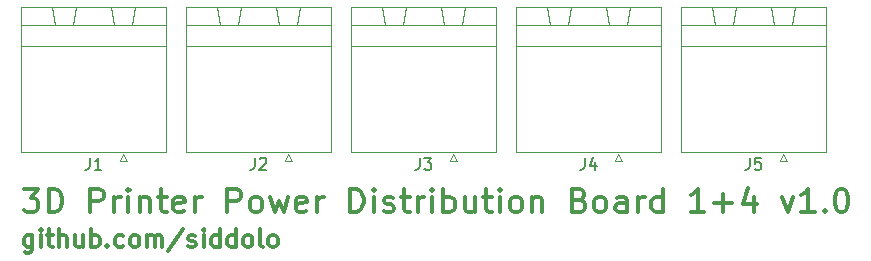
<source format=gbr>
G04 #@! TF.GenerationSoftware,KiCad,Pcbnew,5.1.5-52549c5~84~ubuntu18.04.1*
G04 #@! TF.CreationDate,2020-01-16T18:33:31+01:00*
G04 #@! TF.ProjectId,3d-printer-power-distribution-board,33642d70-7269-46e7-9465-722d706f7765,rev?*
G04 #@! TF.SameCoordinates,Original*
G04 #@! TF.FileFunction,Legend,Top*
G04 #@! TF.FilePolarity,Positive*
%FSLAX46Y46*%
G04 Gerber Fmt 4.6, Leading zero omitted, Abs format (unit mm)*
G04 Created by KiCad (PCBNEW 5.1.5-52549c5~84~ubuntu18.04.1) date 2020-01-16 18:33:31*
%MOMM*%
%LPD*%
G04 APERTURE LIST*
%ADD10C,0.300000*%
%ADD11C,0.120000*%
%ADD12C,0.150000*%
G04 APERTURE END LIST*
D10*
X63425000Y-136203571D02*
X63425000Y-137417857D01*
X63353571Y-137560714D01*
X63282142Y-137632142D01*
X63139285Y-137703571D01*
X62925000Y-137703571D01*
X62782142Y-137632142D01*
X63425000Y-137132142D02*
X63282142Y-137203571D01*
X62996428Y-137203571D01*
X62853571Y-137132142D01*
X62782142Y-137060714D01*
X62710714Y-136917857D01*
X62710714Y-136489285D01*
X62782142Y-136346428D01*
X62853571Y-136275000D01*
X62996428Y-136203571D01*
X63282142Y-136203571D01*
X63425000Y-136275000D01*
X64139285Y-137203571D02*
X64139285Y-136203571D01*
X64139285Y-135703571D02*
X64067857Y-135775000D01*
X64139285Y-135846428D01*
X64210714Y-135775000D01*
X64139285Y-135703571D01*
X64139285Y-135846428D01*
X64639285Y-136203571D02*
X65210714Y-136203571D01*
X64853571Y-135703571D02*
X64853571Y-136989285D01*
X64925000Y-137132142D01*
X65067857Y-137203571D01*
X65210714Y-137203571D01*
X65710714Y-137203571D02*
X65710714Y-135703571D01*
X66353571Y-137203571D02*
X66353571Y-136417857D01*
X66282142Y-136275000D01*
X66139285Y-136203571D01*
X65925000Y-136203571D01*
X65782142Y-136275000D01*
X65710714Y-136346428D01*
X67710714Y-136203571D02*
X67710714Y-137203571D01*
X67067857Y-136203571D02*
X67067857Y-136989285D01*
X67139285Y-137132142D01*
X67282142Y-137203571D01*
X67496428Y-137203571D01*
X67639285Y-137132142D01*
X67710714Y-137060714D01*
X68425000Y-137203571D02*
X68425000Y-135703571D01*
X68425000Y-136275000D02*
X68567857Y-136203571D01*
X68853571Y-136203571D01*
X68996428Y-136275000D01*
X69067857Y-136346428D01*
X69139285Y-136489285D01*
X69139285Y-136917857D01*
X69067857Y-137060714D01*
X68996428Y-137132142D01*
X68853571Y-137203571D01*
X68567857Y-137203571D01*
X68425000Y-137132142D01*
X69782142Y-137060714D02*
X69853571Y-137132142D01*
X69782142Y-137203571D01*
X69710714Y-137132142D01*
X69782142Y-137060714D01*
X69782142Y-137203571D01*
X71139285Y-137132142D02*
X70996428Y-137203571D01*
X70710714Y-137203571D01*
X70567857Y-137132142D01*
X70496428Y-137060714D01*
X70425000Y-136917857D01*
X70425000Y-136489285D01*
X70496428Y-136346428D01*
X70567857Y-136275000D01*
X70710714Y-136203571D01*
X70996428Y-136203571D01*
X71139285Y-136275000D01*
X71996428Y-137203571D02*
X71853571Y-137132142D01*
X71782142Y-137060714D01*
X71710714Y-136917857D01*
X71710714Y-136489285D01*
X71782142Y-136346428D01*
X71853571Y-136275000D01*
X71996428Y-136203571D01*
X72210714Y-136203571D01*
X72353571Y-136275000D01*
X72425000Y-136346428D01*
X72496428Y-136489285D01*
X72496428Y-136917857D01*
X72425000Y-137060714D01*
X72353571Y-137132142D01*
X72210714Y-137203571D01*
X71996428Y-137203571D01*
X73139285Y-137203571D02*
X73139285Y-136203571D01*
X73139285Y-136346428D02*
X73210714Y-136275000D01*
X73353571Y-136203571D01*
X73567857Y-136203571D01*
X73710714Y-136275000D01*
X73782142Y-136417857D01*
X73782142Y-137203571D01*
X73782142Y-136417857D02*
X73853571Y-136275000D01*
X73996428Y-136203571D01*
X74210714Y-136203571D01*
X74353571Y-136275000D01*
X74425000Y-136417857D01*
X74425000Y-137203571D01*
X76210714Y-135632142D02*
X74925000Y-137560714D01*
X76639285Y-137132142D02*
X76782142Y-137203571D01*
X77067857Y-137203571D01*
X77210714Y-137132142D01*
X77282142Y-136989285D01*
X77282142Y-136917857D01*
X77210714Y-136775000D01*
X77067857Y-136703571D01*
X76853571Y-136703571D01*
X76710714Y-136632142D01*
X76639285Y-136489285D01*
X76639285Y-136417857D01*
X76710714Y-136275000D01*
X76853571Y-136203571D01*
X77067857Y-136203571D01*
X77210714Y-136275000D01*
X77925000Y-137203571D02*
X77925000Y-136203571D01*
X77925000Y-135703571D02*
X77853571Y-135775000D01*
X77925000Y-135846428D01*
X77996428Y-135775000D01*
X77925000Y-135703571D01*
X77925000Y-135846428D01*
X79282142Y-137203571D02*
X79282142Y-135703571D01*
X79282142Y-137132142D02*
X79139285Y-137203571D01*
X78853571Y-137203571D01*
X78710714Y-137132142D01*
X78639285Y-137060714D01*
X78567857Y-136917857D01*
X78567857Y-136489285D01*
X78639285Y-136346428D01*
X78710714Y-136275000D01*
X78853571Y-136203571D01*
X79139285Y-136203571D01*
X79282142Y-136275000D01*
X80639285Y-137203571D02*
X80639285Y-135703571D01*
X80639285Y-137132142D02*
X80496428Y-137203571D01*
X80210714Y-137203571D01*
X80067857Y-137132142D01*
X79996428Y-137060714D01*
X79925000Y-136917857D01*
X79925000Y-136489285D01*
X79996428Y-136346428D01*
X80067857Y-136275000D01*
X80210714Y-136203571D01*
X80496428Y-136203571D01*
X80639285Y-136275000D01*
X81567857Y-137203571D02*
X81425000Y-137132142D01*
X81353571Y-137060714D01*
X81282142Y-136917857D01*
X81282142Y-136489285D01*
X81353571Y-136346428D01*
X81425000Y-136275000D01*
X81567857Y-136203571D01*
X81782142Y-136203571D01*
X81925000Y-136275000D01*
X81996428Y-136346428D01*
X82067857Y-136489285D01*
X82067857Y-136917857D01*
X81996428Y-137060714D01*
X81925000Y-137132142D01*
X81782142Y-137203571D01*
X81567857Y-137203571D01*
X82925000Y-137203571D02*
X82782142Y-137132142D01*
X82710714Y-136989285D01*
X82710714Y-135703571D01*
X83710714Y-137203571D02*
X83567857Y-137132142D01*
X83496428Y-137060714D01*
X83425000Y-136917857D01*
X83425000Y-136489285D01*
X83496428Y-136346428D01*
X83567857Y-136275000D01*
X83710714Y-136203571D01*
X83925000Y-136203571D01*
X84067857Y-136275000D01*
X84139285Y-136346428D01*
X84210714Y-136489285D01*
X84210714Y-136917857D01*
X84139285Y-137060714D01*
X84067857Y-137132142D01*
X83925000Y-137203571D01*
X83710714Y-137203571D01*
X62710714Y-132254761D02*
X63948809Y-132254761D01*
X63282142Y-133016666D01*
X63567857Y-133016666D01*
X63758333Y-133111904D01*
X63853571Y-133207142D01*
X63948809Y-133397619D01*
X63948809Y-133873809D01*
X63853571Y-134064285D01*
X63758333Y-134159523D01*
X63567857Y-134254761D01*
X62996428Y-134254761D01*
X62805952Y-134159523D01*
X62710714Y-134064285D01*
X64805952Y-134254761D02*
X64805952Y-132254761D01*
X65282142Y-132254761D01*
X65567857Y-132350000D01*
X65758333Y-132540476D01*
X65853571Y-132730952D01*
X65948809Y-133111904D01*
X65948809Y-133397619D01*
X65853571Y-133778571D01*
X65758333Y-133969047D01*
X65567857Y-134159523D01*
X65282142Y-134254761D01*
X64805952Y-134254761D01*
X68329761Y-134254761D02*
X68329761Y-132254761D01*
X69091666Y-132254761D01*
X69282142Y-132350000D01*
X69377380Y-132445238D01*
X69472619Y-132635714D01*
X69472619Y-132921428D01*
X69377380Y-133111904D01*
X69282142Y-133207142D01*
X69091666Y-133302380D01*
X68329761Y-133302380D01*
X70329761Y-134254761D02*
X70329761Y-132921428D01*
X70329761Y-133302380D02*
X70425000Y-133111904D01*
X70520238Y-133016666D01*
X70710714Y-132921428D01*
X70901190Y-132921428D01*
X71567857Y-134254761D02*
X71567857Y-132921428D01*
X71567857Y-132254761D02*
X71472619Y-132350000D01*
X71567857Y-132445238D01*
X71663095Y-132350000D01*
X71567857Y-132254761D01*
X71567857Y-132445238D01*
X72520238Y-132921428D02*
X72520238Y-134254761D01*
X72520238Y-133111904D02*
X72615476Y-133016666D01*
X72805952Y-132921428D01*
X73091666Y-132921428D01*
X73282142Y-133016666D01*
X73377380Y-133207142D01*
X73377380Y-134254761D01*
X74044047Y-132921428D02*
X74805952Y-132921428D01*
X74329761Y-132254761D02*
X74329761Y-133969047D01*
X74425000Y-134159523D01*
X74615476Y-134254761D01*
X74805952Y-134254761D01*
X76234523Y-134159523D02*
X76044047Y-134254761D01*
X75663095Y-134254761D01*
X75472619Y-134159523D01*
X75377380Y-133969047D01*
X75377380Y-133207142D01*
X75472619Y-133016666D01*
X75663095Y-132921428D01*
X76044047Y-132921428D01*
X76234523Y-133016666D01*
X76329761Y-133207142D01*
X76329761Y-133397619D01*
X75377380Y-133588095D01*
X77186904Y-134254761D02*
X77186904Y-132921428D01*
X77186904Y-133302380D02*
X77282142Y-133111904D01*
X77377380Y-133016666D01*
X77567857Y-132921428D01*
X77758333Y-132921428D01*
X79948809Y-134254761D02*
X79948809Y-132254761D01*
X80710714Y-132254761D01*
X80901190Y-132350000D01*
X80996428Y-132445238D01*
X81091666Y-132635714D01*
X81091666Y-132921428D01*
X80996428Y-133111904D01*
X80901190Y-133207142D01*
X80710714Y-133302380D01*
X79948809Y-133302380D01*
X82234523Y-134254761D02*
X82044047Y-134159523D01*
X81948809Y-134064285D01*
X81853571Y-133873809D01*
X81853571Y-133302380D01*
X81948809Y-133111904D01*
X82044047Y-133016666D01*
X82234523Y-132921428D01*
X82520238Y-132921428D01*
X82710714Y-133016666D01*
X82805952Y-133111904D01*
X82901190Y-133302380D01*
X82901190Y-133873809D01*
X82805952Y-134064285D01*
X82710714Y-134159523D01*
X82520238Y-134254761D01*
X82234523Y-134254761D01*
X83567857Y-132921428D02*
X83948809Y-134254761D01*
X84329761Y-133302380D01*
X84710714Y-134254761D01*
X85091666Y-132921428D01*
X86615476Y-134159523D02*
X86425000Y-134254761D01*
X86044047Y-134254761D01*
X85853571Y-134159523D01*
X85758333Y-133969047D01*
X85758333Y-133207142D01*
X85853571Y-133016666D01*
X86044047Y-132921428D01*
X86425000Y-132921428D01*
X86615476Y-133016666D01*
X86710714Y-133207142D01*
X86710714Y-133397619D01*
X85758333Y-133588095D01*
X87567857Y-134254761D02*
X87567857Y-132921428D01*
X87567857Y-133302380D02*
X87663095Y-133111904D01*
X87758333Y-133016666D01*
X87948809Y-132921428D01*
X88139285Y-132921428D01*
X90329761Y-134254761D02*
X90329761Y-132254761D01*
X90805952Y-132254761D01*
X91091666Y-132350000D01*
X91282142Y-132540476D01*
X91377380Y-132730952D01*
X91472619Y-133111904D01*
X91472619Y-133397619D01*
X91377380Y-133778571D01*
X91282142Y-133969047D01*
X91091666Y-134159523D01*
X90805952Y-134254761D01*
X90329761Y-134254761D01*
X92329761Y-134254761D02*
X92329761Y-132921428D01*
X92329761Y-132254761D02*
X92234523Y-132350000D01*
X92329761Y-132445238D01*
X92425000Y-132350000D01*
X92329761Y-132254761D01*
X92329761Y-132445238D01*
X93186904Y-134159523D02*
X93377380Y-134254761D01*
X93758333Y-134254761D01*
X93948809Y-134159523D01*
X94044047Y-133969047D01*
X94044047Y-133873809D01*
X93948809Y-133683333D01*
X93758333Y-133588095D01*
X93472619Y-133588095D01*
X93282142Y-133492857D01*
X93186904Y-133302380D01*
X93186904Y-133207142D01*
X93282142Y-133016666D01*
X93472619Y-132921428D01*
X93758333Y-132921428D01*
X93948809Y-133016666D01*
X94615476Y-132921428D02*
X95377380Y-132921428D01*
X94901190Y-132254761D02*
X94901190Y-133969047D01*
X94996428Y-134159523D01*
X95186904Y-134254761D01*
X95377380Y-134254761D01*
X96044047Y-134254761D02*
X96044047Y-132921428D01*
X96044047Y-133302380D02*
X96139285Y-133111904D01*
X96234523Y-133016666D01*
X96425000Y-132921428D01*
X96615476Y-132921428D01*
X97282142Y-134254761D02*
X97282142Y-132921428D01*
X97282142Y-132254761D02*
X97186904Y-132350000D01*
X97282142Y-132445238D01*
X97377380Y-132350000D01*
X97282142Y-132254761D01*
X97282142Y-132445238D01*
X98234523Y-134254761D02*
X98234523Y-132254761D01*
X98234523Y-133016666D02*
X98425000Y-132921428D01*
X98805952Y-132921428D01*
X98996428Y-133016666D01*
X99091666Y-133111904D01*
X99186904Y-133302380D01*
X99186904Y-133873809D01*
X99091666Y-134064285D01*
X98996428Y-134159523D01*
X98805952Y-134254761D01*
X98425000Y-134254761D01*
X98234523Y-134159523D01*
X100901190Y-132921428D02*
X100901190Y-134254761D01*
X100044047Y-132921428D02*
X100044047Y-133969047D01*
X100139285Y-134159523D01*
X100329761Y-134254761D01*
X100615476Y-134254761D01*
X100805952Y-134159523D01*
X100901190Y-134064285D01*
X101567857Y-132921428D02*
X102329761Y-132921428D01*
X101853571Y-132254761D02*
X101853571Y-133969047D01*
X101948809Y-134159523D01*
X102139285Y-134254761D01*
X102329761Y-134254761D01*
X102996428Y-134254761D02*
X102996428Y-132921428D01*
X102996428Y-132254761D02*
X102901190Y-132350000D01*
X102996428Y-132445238D01*
X103091666Y-132350000D01*
X102996428Y-132254761D01*
X102996428Y-132445238D01*
X104234523Y-134254761D02*
X104044047Y-134159523D01*
X103948809Y-134064285D01*
X103853571Y-133873809D01*
X103853571Y-133302380D01*
X103948809Y-133111904D01*
X104044047Y-133016666D01*
X104234523Y-132921428D01*
X104520238Y-132921428D01*
X104710714Y-133016666D01*
X104805952Y-133111904D01*
X104901190Y-133302380D01*
X104901190Y-133873809D01*
X104805952Y-134064285D01*
X104710714Y-134159523D01*
X104520238Y-134254761D01*
X104234523Y-134254761D01*
X105758333Y-132921428D02*
X105758333Y-134254761D01*
X105758333Y-133111904D02*
X105853571Y-133016666D01*
X106044047Y-132921428D01*
X106329761Y-132921428D01*
X106520238Y-133016666D01*
X106615476Y-133207142D01*
X106615476Y-134254761D01*
X109758333Y-133207142D02*
X110044047Y-133302380D01*
X110139285Y-133397619D01*
X110234523Y-133588095D01*
X110234523Y-133873809D01*
X110139285Y-134064285D01*
X110044047Y-134159523D01*
X109853571Y-134254761D01*
X109091666Y-134254761D01*
X109091666Y-132254761D01*
X109758333Y-132254761D01*
X109948809Y-132350000D01*
X110044047Y-132445238D01*
X110139285Y-132635714D01*
X110139285Y-132826190D01*
X110044047Y-133016666D01*
X109948809Y-133111904D01*
X109758333Y-133207142D01*
X109091666Y-133207142D01*
X111377380Y-134254761D02*
X111186904Y-134159523D01*
X111091666Y-134064285D01*
X110996428Y-133873809D01*
X110996428Y-133302380D01*
X111091666Y-133111904D01*
X111186904Y-133016666D01*
X111377380Y-132921428D01*
X111663095Y-132921428D01*
X111853571Y-133016666D01*
X111948809Y-133111904D01*
X112044047Y-133302380D01*
X112044047Y-133873809D01*
X111948809Y-134064285D01*
X111853571Y-134159523D01*
X111663095Y-134254761D01*
X111377380Y-134254761D01*
X113758333Y-134254761D02*
X113758333Y-133207142D01*
X113663095Y-133016666D01*
X113472619Y-132921428D01*
X113091666Y-132921428D01*
X112901190Y-133016666D01*
X113758333Y-134159523D02*
X113567857Y-134254761D01*
X113091666Y-134254761D01*
X112901190Y-134159523D01*
X112805952Y-133969047D01*
X112805952Y-133778571D01*
X112901190Y-133588095D01*
X113091666Y-133492857D01*
X113567857Y-133492857D01*
X113758333Y-133397619D01*
X114710714Y-134254761D02*
X114710714Y-132921428D01*
X114710714Y-133302380D02*
X114805952Y-133111904D01*
X114901190Y-133016666D01*
X115091666Y-132921428D01*
X115282142Y-132921428D01*
X116805952Y-134254761D02*
X116805952Y-132254761D01*
X116805952Y-134159523D02*
X116615476Y-134254761D01*
X116234523Y-134254761D01*
X116044047Y-134159523D01*
X115948809Y-134064285D01*
X115853571Y-133873809D01*
X115853571Y-133302380D01*
X115948809Y-133111904D01*
X116044047Y-133016666D01*
X116234523Y-132921428D01*
X116615476Y-132921428D01*
X116805952Y-133016666D01*
X120329761Y-134254761D02*
X119186904Y-134254761D01*
X119758333Y-134254761D02*
X119758333Y-132254761D01*
X119567857Y-132540476D01*
X119377380Y-132730952D01*
X119186904Y-132826190D01*
X121186904Y-133492857D02*
X122710714Y-133492857D01*
X121948809Y-134254761D02*
X121948809Y-132730952D01*
X124520238Y-132921428D02*
X124520238Y-134254761D01*
X124044047Y-132159523D02*
X123567857Y-133588095D01*
X124805952Y-133588095D01*
X126901190Y-132921428D02*
X127377380Y-134254761D01*
X127853571Y-132921428D01*
X129663095Y-134254761D02*
X128520238Y-134254761D01*
X129091666Y-134254761D02*
X129091666Y-132254761D01*
X128901190Y-132540476D01*
X128710714Y-132730952D01*
X128520238Y-132826190D01*
X130520238Y-134064285D02*
X130615476Y-134159523D01*
X130520238Y-134254761D01*
X130424999Y-134159523D01*
X130520238Y-134064285D01*
X130520238Y-134254761D01*
X131853571Y-132254761D02*
X132044047Y-132254761D01*
X132234523Y-132350000D01*
X132329761Y-132445238D01*
X132424999Y-132635714D01*
X132520238Y-133016666D01*
X132520238Y-133492857D01*
X132424999Y-133873809D01*
X132329761Y-134064285D01*
X132234523Y-134159523D01*
X132044047Y-134254761D01*
X131853571Y-134254761D01*
X131663095Y-134159523D01*
X131567857Y-134064285D01*
X131472619Y-133873809D01*
X131377380Y-133492857D01*
X131377380Y-133016666D01*
X131472619Y-132635714D01*
X131567857Y-132445238D01*
X131663095Y-132350000D01*
X131853571Y-132254761D01*
D11*
X85390000Y-129910000D02*
X84790000Y-129910000D01*
X85090000Y-129310000D02*
X85390000Y-129910000D01*
X84790000Y-129910000D02*
X85090000Y-129310000D01*
X80840000Y-118390000D02*
X81090000Y-116890000D01*
X79340000Y-118390000D02*
X80840000Y-118390000D01*
X79090000Y-116890000D02*
X79340000Y-118390000D01*
X81090000Y-116890000D02*
X79090000Y-116890000D01*
X85840000Y-118390000D02*
X86090000Y-116890000D01*
X84340000Y-118390000D02*
X85840000Y-118390000D01*
X84090000Y-116890000D02*
X84340000Y-118390000D01*
X86090000Y-116890000D02*
X84090000Y-116890000D01*
X76480000Y-118390000D02*
X88700000Y-118390000D01*
X76480000Y-120190000D02*
X76480000Y-118390000D01*
X88700000Y-120190000D02*
X76480000Y-120190000D01*
X88700000Y-118390000D02*
X88700000Y-120190000D01*
X76480000Y-129110000D02*
X88700000Y-129110000D01*
X76480000Y-116890000D02*
X76480000Y-129110000D01*
X88700000Y-116890000D02*
X76480000Y-116890000D01*
X88700000Y-129110000D02*
X88700000Y-116890000D01*
X71420000Y-129910000D02*
X70820000Y-129910000D01*
X71120000Y-129310000D02*
X71420000Y-129910000D01*
X70820000Y-129910000D02*
X71120000Y-129310000D01*
X66870000Y-118390000D02*
X67120000Y-116890000D01*
X65370000Y-118390000D02*
X66870000Y-118390000D01*
X65120000Y-116890000D02*
X65370000Y-118390000D01*
X67120000Y-116890000D02*
X65120000Y-116890000D01*
X71870000Y-118390000D02*
X72120000Y-116890000D01*
X70370000Y-118390000D02*
X71870000Y-118390000D01*
X70120000Y-116890000D02*
X70370000Y-118390000D01*
X72120000Y-116890000D02*
X70120000Y-116890000D01*
X62510000Y-118390000D02*
X74730000Y-118390000D01*
X62510000Y-120190000D02*
X62510000Y-118390000D01*
X74730000Y-120190000D02*
X62510000Y-120190000D01*
X74730000Y-118390000D02*
X74730000Y-120190000D01*
X62510000Y-129110000D02*
X74730000Y-129110000D01*
X62510000Y-116890000D02*
X62510000Y-129110000D01*
X74730000Y-116890000D02*
X62510000Y-116890000D01*
X74730000Y-129110000D02*
X74730000Y-116890000D01*
X102670000Y-129110000D02*
X102670000Y-116890000D01*
X102670000Y-116890000D02*
X90450000Y-116890000D01*
X90450000Y-116890000D02*
X90450000Y-129110000D01*
X90450000Y-129110000D02*
X102670000Y-129110000D01*
X102670000Y-118390000D02*
X102670000Y-120190000D01*
X102670000Y-120190000D02*
X90450000Y-120190000D01*
X90450000Y-120190000D02*
X90450000Y-118390000D01*
X90450000Y-118390000D02*
X102670000Y-118390000D01*
X100060000Y-116890000D02*
X98060000Y-116890000D01*
X98060000Y-116890000D02*
X98310000Y-118390000D01*
X98310000Y-118390000D02*
X99810000Y-118390000D01*
X99810000Y-118390000D02*
X100060000Y-116890000D01*
X95060000Y-116890000D02*
X93060000Y-116890000D01*
X93060000Y-116890000D02*
X93310000Y-118390000D01*
X93310000Y-118390000D02*
X94810000Y-118390000D01*
X94810000Y-118390000D02*
X95060000Y-116890000D01*
X98760000Y-129910000D02*
X99060000Y-129310000D01*
X99060000Y-129310000D02*
X99360000Y-129910000D01*
X99360000Y-129910000D02*
X98760000Y-129910000D01*
X113330000Y-129910000D02*
X112730000Y-129910000D01*
X113030000Y-129310000D02*
X113330000Y-129910000D01*
X112730000Y-129910000D02*
X113030000Y-129310000D01*
X108780000Y-118390000D02*
X109030000Y-116890000D01*
X107280000Y-118390000D02*
X108780000Y-118390000D01*
X107030000Y-116890000D02*
X107280000Y-118390000D01*
X109030000Y-116890000D02*
X107030000Y-116890000D01*
X113780000Y-118390000D02*
X114030000Y-116890000D01*
X112280000Y-118390000D02*
X113780000Y-118390000D01*
X112030000Y-116890000D02*
X112280000Y-118390000D01*
X114030000Y-116890000D02*
X112030000Y-116890000D01*
X104420000Y-118390000D02*
X116640000Y-118390000D01*
X104420000Y-120190000D02*
X104420000Y-118390000D01*
X116640000Y-120190000D02*
X104420000Y-120190000D01*
X116640000Y-118390000D02*
X116640000Y-120190000D01*
X104420000Y-129110000D02*
X116640000Y-129110000D01*
X104420000Y-116890000D02*
X104420000Y-129110000D01*
X116640000Y-116890000D02*
X104420000Y-116890000D01*
X116640000Y-129110000D02*
X116640000Y-116890000D01*
X130610000Y-129110000D02*
X130610000Y-116890000D01*
X130610000Y-116890000D02*
X118390000Y-116890000D01*
X118390000Y-116890000D02*
X118390000Y-129110000D01*
X118390000Y-129110000D02*
X130610000Y-129110000D01*
X130610000Y-118390000D02*
X130610000Y-120190000D01*
X130610000Y-120190000D02*
X118390000Y-120190000D01*
X118390000Y-120190000D02*
X118390000Y-118390000D01*
X118390000Y-118390000D02*
X130610000Y-118390000D01*
X128000000Y-116890000D02*
X126000000Y-116890000D01*
X126000000Y-116890000D02*
X126250000Y-118390000D01*
X126250000Y-118390000D02*
X127750000Y-118390000D01*
X127750000Y-118390000D02*
X128000000Y-116890000D01*
X123000000Y-116890000D02*
X121000000Y-116890000D01*
X121000000Y-116890000D02*
X121250000Y-118390000D01*
X121250000Y-118390000D02*
X122750000Y-118390000D01*
X122750000Y-118390000D02*
X123000000Y-116890000D01*
X126700000Y-129910000D02*
X127000000Y-129310000D01*
X127000000Y-129310000D02*
X127300000Y-129910000D01*
X127300000Y-129910000D02*
X126700000Y-129910000D01*
D12*
X82256666Y-129652380D02*
X82256666Y-130366666D01*
X82209047Y-130509523D01*
X82113809Y-130604761D01*
X81970952Y-130652380D01*
X81875714Y-130652380D01*
X82685238Y-129747619D02*
X82732857Y-129700000D01*
X82828095Y-129652380D01*
X83066190Y-129652380D01*
X83161428Y-129700000D01*
X83209047Y-129747619D01*
X83256666Y-129842857D01*
X83256666Y-129938095D01*
X83209047Y-130080952D01*
X82637619Y-130652380D01*
X83256666Y-130652380D01*
X68286666Y-129652380D02*
X68286666Y-130366666D01*
X68239047Y-130509523D01*
X68143809Y-130604761D01*
X68000952Y-130652380D01*
X67905714Y-130652380D01*
X69286666Y-130652380D02*
X68715238Y-130652380D01*
X69000952Y-130652380D02*
X69000952Y-129652380D01*
X68905714Y-129795238D01*
X68810476Y-129890476D01*
X68715238Y-129938095D01*
X96226666Y-129652380D02*
X96226666Y-130366666D01*
X96179047Y-130509523D01*
X96083809Y-130604761D01*
X95940952Y-130652380D01*
X95845714Y-130652380D01*
X96607619Y-129652380D02*
X97226666Y-129652380D01*
X96893333Y-130033333D01*
X97036190Y-130033333D01*
X97131428Y-130080952D01*
X97179047Y-130128571D01*
X97226666Y-130223809D01*
X97226666Y-130461904D01*
X97179047Y-130557142D01*
X97131428Y-130604761D01*
X97036190Y-130652380D01*
X96750476Y-130652380D01*
X96655238Y-130604761D01*
X96607619Y-130557142D01*
X110196666Y-129652380D02*
X110196666Y-130366666D01*
X110149047Y-130509523D01*
X110053809Y-130604761D01*
X109910952Y-130652380D01*
X109815714Y-130652380D01*
X111101428Y-129985714D02*
X111101428Y-130652380D01*
X110863333Y-129604761D02*
X110625238Y-130319047D01*
X111244285Y-130319047D01*
X124166666Y-129652380D02*
X124166666Y-130366666D01*
X124119047Y-130509523D01*
X124023809Y-130604761D01*
X123880952Y-130652380D01*
X123785714Y-130652380D01*
X125119047Y-129652380D02*
X124642857Y-129652380D01*
X124595238Y-130128571D01*
X124642857Y-130080952D01*
X124738095Y-130033333D01*
X124976190Y-130033333D01*
X125071428Y-130080952D01*
X125119047Y-130128571D01*
X125166666Y-130223809D01*
X125166666Y-130461904D01*
X125119047Y-130557142D01*
X125071428Y-130604761D01*
X124976190Y-130652380D01*
X124738095Y-130652380D01*
X124642857Y-130604761D01*
X124595238Y-130557142D01*
M02*

</source>
